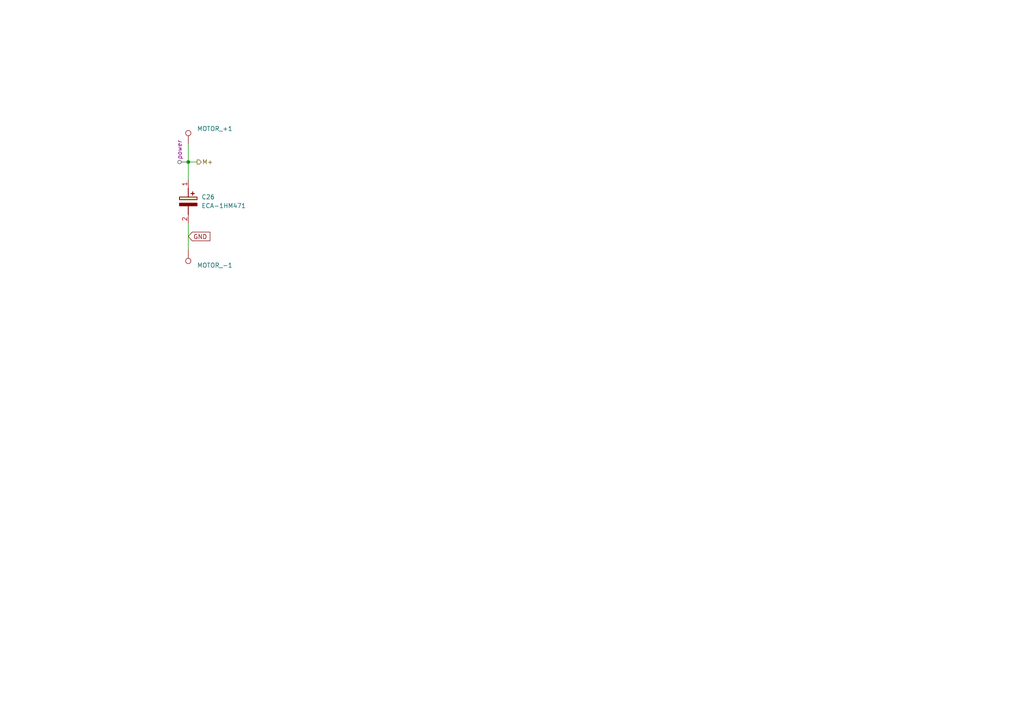
<source format=kicad_sch>
(kicad_sch (version 20231120) (generator "eeschema") (generator_version "8.0")
  (paper "A4")
  (lib_symbols
    (symbol "Connector:TestPoint" (pin_numbers hide) (pin_names (offset 0.762) hide)
      (property "Reference" "TP" (at 0 6.858 0))
      (property "Value" "TestPoint" (at 0 5.08 0))
      (symbol "TestPoint_0_1"
        (circle (center 0 3.302) (radius 0.762))
      )
      (symbol "TestPoint_1_1"
        (pin passive line (at 0 0 90) (length 2.54) (name "1") (number "1"))
      )
    )
    (symbol "Samacsys:ECA-1HM471" (pin_names hide)
      (property "Reference" "C" (at 8.89 6.35 0))
      (property "Value" "ECA-1HM471" (at 8.89 3.81 0))
      (symbol "ECA-1HM471_1_1"
        (polyline (pts (xy 2.54 0) (xy 5.08 0)) (stroke (width 0.254)))
        (polyline (pts (xy 4.064 1.778) (xy 4.064 0.762)) (stroke (width 0.254)))
        (polyline (pts (xy 4.572 1.27) (xy 3.556 1.27)) (stroke (width 0.254)))
        (polyline (pts (xy 7.62 0) (xy 10.16 0)) (stroke (width 0.254)))
        (polyline (pts (xy 7.62 2.54) (xy 7.62 -2.54) (xy 6.858 -2.54) (xy 6.858 2.54) (xy 7.62 2.54)) (stroke (width 0.254)) (fill (type outline)))
        (rectangle (start 5.08 2.54) (end 5.842 -2.54) (stroke (width 0.254)) (fill (type background)))
        (pin passive line (at 0 0 0) (length 2.54) (name "+") (number "1"))
        (pin passive line (at 12.7 0 180) (length 2.54) (name "-") (number "2"))
      )
    )
  )
  (junction (at 54.61 46.99))
  (wire (pts (xy 54.61 64.77) (xy 54.61 72.39)))
  (wire (pts (xy 57.15 46.99) (xy 54.61 46.99)))
  (wire (pts (xy 54.61 46.99) (xy 54.61 52.07)))
  (wire (pts (xy 54.61 41.91) (xy 54.61 46.99)))
  (global_label "GND" (shape input) (at 54.61 68.58 0) (property "Intersheetrefs" "${INTERSHEET_REFS}" (effects (hide yes))))
  (hierarchical_label "M+" (shape output) (at 57.15 46.99 0))
  (netclass_flag "" (length 2.54) (shape round) (at 54.61 46.99 90) (property "Netclass" "power" (at 52.07 46.2915 90) (effects (font (italic yes)) (justify left))))
  (symbol (lib_id "Samacsys:ECA-1HM471") (at 54.61 52.07 270) (unit 1)
    (property "Reference" "C26" (at 58.42 57.1499 90) (effects (justify left)))
    (property "Value" "ECA-1HM471" (at 58.42 59.6899 90) (effects (justify left)))
    (property "Footprint" "Samacsys:CAPPRD500W65D1000H2200" (effects (hide yes)))
    (property "Datasheet" "http://industrial.panasonic.com/cdbs/www-data/pdf/RDF0000/ABA0000C1218.pdf" (effects (hide yes)))
    (property "Description" "PANASONIC - ECA-1HM471 - Electrolytic Capacitor, 470 F, 50 V, M Series, +/- 20%, Radial Leaded, 10 mm" (effects (hide yes)))
    (property "Height" "22" (effects (hide yes)))
    (property "Manufacturer_Name" "Panasonic" (effects (hide yes)))
    (property "Manufacturer_Part_Number" "ECA-1HM471" (effects (hide yes)))
    (property "Arrow Part Number" "ECA-1HM471" (effects (hide yes)))
    (property "Arrow Price/Stock" "https://www.arrow.com/en/products/eca-1hm471/panasonic" (effects (hide yes)))
    (instances (project "driver_board" (path "" (reference "C26") (unit 1)) (path "" (reference "C39") (unit 1)) (path "" (reference "C52") (unit 1)) (path "" (reference "C13") (unit 1))))
  )
  (symbol (lib_id "Connector:TestPoint") (at 54.61 72.39 0) (mirror x) (unit 1)
    (property "Reference" "MOTOR_-1" (at 57.15 76.9621 0) (effects (justify left)))
    (property "Value" "M-" (effects (hide yes)))
    (property "Footprint" "TestPoint:TestPoint_Keystone_5000-5004_Miniature" (effects (hide yes)))
    (property "Description" "test point" (effects (hide yes)))
    (instances (project "driver_board" (path "" (reference "MOTOR_-1") (unit 1)) (path "" (reference "MOTOR_-2") (unit 1)) (path "" (reference "MOTOR_-3") (unit 1)) (path "" (reference "DC-1") (unit 1))))
  )
  (symbol (lib_id "Connector:TestPoint") (at 54.61 41.91 0) (unit 1)
    (property "Reference" "MOTOR_+1" (at 57.15 37.3379 0) (effects (justify left)))
    (property "Value" "M+" (effects (hide yes)))
    (property "Footprint" "TestPoint:TestPoint_Keystone_5000-5004_Miniature" (effects (hide yes)))
    (property "Description" "test point" (effects (hide yes)))
    (instances (project "driver_board" (path "" (reference "MOTOR_+1") (unit 1)) (path "" (reference "MOTOR_+2") (unit 1)) (path "" (reference "MOTOR_+3") (unit 1)) (path "" (reference "DC+1") (unit 1))))
  )
)
</source>
